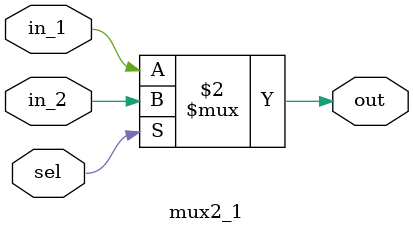
<source format=v>
module mux2_1
(
	input wire [0:0] in_1,
	input wire [0:0] in_2,
	input wire [0:0] sel ,
	output wire out 
);

assign  out = (sel==1'b0) ? in_1 : in_2;

endmodule
</source>
